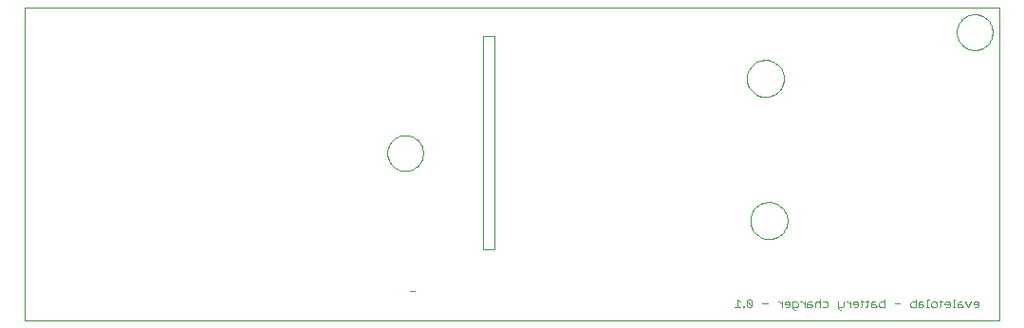
<source format=gbo>
G75*
G70*
%OFA0B0*%
%FSLAX24Y24*%
%IPPOS*%
%LPD*%
%AMOC8*
5,1,8,0,0,1.08239X$1,22.5*
%
%ADD10C,0.0000*%
%ADD11C,0.0020*%
D10*
X000175Y005250D02*
X000175Y016246D01*
X034420Y016246D01*
X034420Y005250D01*
X000175Y005250D01*
X012920Y011125D02*
X012922Y011175D01*
X012928Y011225D01*
X012938Y011274D01*
X012952Y011322D01*
X012969Y011369D01*
X012990Y011414D01*
X013015Y011458D01*
X013043Y011499D01*
X013075Y011538D01*
X013109Y011575D01*
X013146Y011609D01*
X013186Y011639D01*
X013228Y011666D01*
X013272Y011690D01*
X013318Y011711D01*
X013365Y011727D01*
X013413Y011740D01*
X013463Y011749D01*
X013512Y011754D01*
X013563Y011755D01*
X013613Y011752D01*
X013662Y011745D01*
X013711Y011734D01*
X013759Y011719D01*
X013805Y011701D01*
X013850Y011679D01*
X013893Y011653D01*
X013934Y011624D01*
X013973Y011592D01*
X014009Y011557D01*
X014041Y011519D01*
X014071Y011479D01*
X014098Y011436D01*
X014121Y011392D01*
X014140Y011346D01*
X014156Y011298D01*
X014168Y011249D01*
X014176Y011200D01*
X014180Y011150D01*
X014180Y011100D01*
X014176Y011050D01*
X014168Y011001D01*
X014156Y010952D01*
X014140Y010904D01*
X014121Y010858D01*
X014098Y010814D01*
X014071Y010771D01*
X014041Y010731D01*
X014009Y010693D01*
X013973Y010658D01*
X013934Y010626D01*
X013893Y010597D01*
X013850Y010571D01*
X013805Y010549D01*
X013759Y010531D01*
X013711Y010516D01*
X013662Y010505D01*
X013613Y010498D01*
X013563Y010495D01*
X013512Y010496D01*
X013463Y010501D01*
X013413Y010510D01*
X013365Y010523D01*
X013318Y010539D01*
X013272Y010560D01*
X013228Y010584D01*
X013186Y010611D01*
X013146Y010641D01*
X013109Y010675D01*
X013075Y010712D01*
X013043Y010751D01*
X013015Y010792D01*
X012990Y010836D01*
X012969Y010881D01*
X012952Y010928D01*
X012938Y010976D01*
X012928Y011025D01*
X012922Y011075D01*
X012920Y011125D01*
X016300Y007750D02*
X016675Y007750D01*
X016675Y015250D01*
X016300Y015250D01*
X016300Y007750D01*
X025675Y008750D02*
X025677Y008800D01*
X025683Y008850D01*
X025693Y008900D01*
X025706Y008948D01*
X025723Y008996D01*
X025744Y009042D01*
X025768Y009086D01*
X025796Y009128D01*
X025827Y009168D01*
X025861Y009205D01*
X025898Y009240D01*
X025937Y009271D01*
X025978Y009300D01*
X026022Y009325D01*
X026068Y009347D01*
X026115Y009365D01*
X026163Y009379D01*
X026212Y009390D01*
X026262Y009397D01*
X026312Y009400D01*
X026363Y009399D01*
X026413Y009394D01*
X026463Y009385D01*
X026511Y009373D01*
X026559Y009356D01*
X026605Y009336D01*
X026650Y009313D01*
X026693Y009286D01*
X026733Y009256D01*
X026771Y009223D01*
X026806Y009187D01*
X026839Y009148D01*
X026868Y009107D01*
X026894Y009064D01*
X026917Y009019D01*
X026936Y008972D01*
X026951Y008924D01*
X026963Y008875D01*
X026971Y008825D01*
X026975Y008775D01*
X026975Y008725D01*
X026971Y008675D01*
X026963Y008625D01*
X026951Y008576D01*
X026936Y008528D01*
X026917Y008481D01*
X026894Y008436D01*
X026868Y008393D01*
X026839Y008352D01*
X026806Y008313D01*
X026771Y008277D01*
X026733Y008244D01*
X026693Y008214D01*
X026650Y008187D01*
X026605Y008164D01*
X026559Y008144D01*
X026511Y008127D01*
X026463Y008115D01*
X026413Y008106D01*
X026363Y008101D01*
X026312Y008100D01*
X026262Y008103D01*
X026212Y008110D01*
X026163Y008121D01*
X026115Y008135D01*
X026068Y008153D01*
X026022Y008175D01*
X025978Y008200D01*
X025937Y008229D01*
X025898Y008260D01*
X025861Y008295D01*
X025827Y008332D01*
X025796Y008372D01*
X025768Y008414D01*
X025744Y008458D01*
X025723Y008504D01*
X025706Y008552D01*
X025693Y008600D01*
X025683Y008650D01*
X025677Y008700D01*
X025675Y008750D01*
X025550Y013750D02*
X025552Y013800D01*
X025558Y013850D01*
X025568Y013900D01*
X025581Y013948D01*
X025598Y013996D01*
X025619Y014042D01*
X025643Y014086D01*
X025671Y014128D01*
X025702Y014168D01*
X025736Y014205D01*
X025773Y014240D01*
X025812Y014271D01*
X025853Y014300D01*
X025897Y014325D01*
X025943Y014347D01*
X025990Y014365D01*
X026038Y014379D01*
X026087Y014390D01*
X026137Y014397D01*
X026187Y014400D01*
X026238Y014399D01*
X026288Y014394D01*
X026338Y014385D01*
X026386Y014373D01*
X026434Y014356D01*
X026480Y014336D01*
X026525Y014313D01*
X026568Y014286D01*
X026608Y014256D01*
X026646Y014223D01*
X026681Y014187D01*
X026714Y014148D01*
X026743Y014107D01*
X026769Y014064D01*
X026792Y014019D01*
X026811Y013972D01*
X026826Y013924D01*
X026838Y013875D01*
X026846Y013825D01*
X026850Y013775D01*
X026850Y013725D01*
X026846Y013675D01*
X026838Y013625D01*
X026826Y013576D01*
X026811Y013528D01*
X026792Y013481D01*
X026769Y013436D01*
X026743Y013393D01*
X026714Y013352D01*
X026681Y013313D01*
X026646Y013277D01*
X026608Y013244D01*
X026568Y013214D01*
X026525Y013187D01*
X026480Y013164D01*
X026434Y013144D01*
X026386Y013127D01*
X026338Y013115D01*
X026288Y013106D01*
X026238Y013101D01*
X026187Y013100D01*
X026137Y013103D01*
X026087Y013110D01*
X026038Y013121D01*
X025990Y013135D01*
X025943Y013153D01*
X025897Y013175D01*
X025853Y013200D01*
X025812Y013229D01*
X025773Y013260D01*
X025736Y013295D01*
X025702Y013332D01*
X025671Y013372D01*
X025643Y013414D01*
X025619Y013458D01*
X025598Y013504D01*
X025581Y013552D01*
X025568Y013600D01*
X025558Y013650D01*
X025552Y013700D01*
X025550Y013750D01*
X032920Y015375D02*
X032922Y015425D01*
X032928Y015475D01*
X032938Y015524D01*
X032952Y015572D01*
X032969Y015619D01*
X032990Y015664D01*
X033015Y015708D01*
X033043Y015749D01*
X033075Y015788D01*
X033109Y015825D01*
X033146Y015859D01*
X033186Y015889D01*
X033228Y015916D01*
X033272Y015940D01*
X033318Y015961D01*
X033365Y015977D01*
X033413Y015990D01*
X033463Y015999D01*
X033512Y016004D01*
X033563Y016005D01*
X033613Y016002D01*
X033662Y015995D01*
X033711Y015984D01*
X033759Y015969D01*
X033805Y015951D01*
X033850Y015929D01*
X033893Y015903D01*
X033934Y015874D01*
X033973Y015842D01*
X034009Y015807D01*
X034041Y015769D01*
X034071Y015729D01*
X034098Y015686D01*
X034121Y015642D01*
X034140Y015596D01*
X034156Y015548D01*
X034168Y015499D01*
X034176Y015450D01*
X034180Y015400D01*
X034180Y015350D01*
X034176Y015300D01*
X034168Y015251D01*
X034156Y015202D01*
X034140Y015154D01*
X034121Y015108D01*
X034098Y015064D01*
X034071Y015021D01*
X034041Y014981D01*
X034009Y014943D01*
X033973Y014908D01*
X033934Y014876D01*
X033893Y014847D01*
X033850Y014821D01*
X033805Y014799D01*
X033759Y014781D01*
X033711Y014766D01*
X033662Y014755D01*
X033613Y014748D01*
X033563Y014745D01*
X033512Y014746D01*
X033463Y014751D01*
X033413Y014760D01*
X033365Y014773D01*
X033318Y014789D01*
X033272Y014810D01*
X033228Y014834D01*
X033186Y014861D01*
X033146Y014891D01*
X033109Y014925D01*
X033075Y014962D01*
X033043Y015001D01*
X033015Y015042D01*
X032990Y015086D01*
X032969Y015131D01*
X032952Y015178D01*
X032938Y015226D01*
X032928Y015275D01*
X032922Y015325D01*
X032920Y015375D01*
D11*
X032867Y005990D02*
X032820Y005990D01*
X032820Y005710D01*
X032867Y005710D02*
X032773Y005710D01*
X032683Y005757D02*
X032683Y005850D01*
X032636Y005897D01*
X032542Y005897D01*
X032496Y005850D01*
X032496Y005803D01*
X032683Y005803D01*
X032683Y005757D02*
X032636Y005710D01*
X032542Y005710D01*
X032360Y005757D02*
X032360Y005944D01*
X032406Y005897D02*
X032313Y005897D01*
X032222Y005850D02*
X032222Y005757D01*
X032175Y005710D01*
X032082Y005710D01*
X032035Y005757D01*
X032035Y005850D01*
X032082Y005897D01*
X032175Y005897D01*
X032222Y005850D01*
X032360Y005757D02*
X032313Y005710D01*
X031946Y005710D02*
X031852Y005710D01*
X031899Y005710D02*
X031899Y005990D01*
X031946Y005990D01*
X031715Y005897D02*
X031622Y005897D01*
X031575Y005850D01*
X031575Y005710D01*
X031715Y005710D01*
X031762Y005757D01*
X031715Y005803D01*
X031575Y005803D01*
X031486Y005710D02*
X031345Y005710D01*
X031299Y005757D01*
X031299Y005850D01*
X031345Y005897D01*
X031486Y005897D01*
X031486Y005990D02*
X031486Y005710D01*
X030933Y005850D02*
X030746Y005850D01*
X030381Y005897D02*
X030240Y005897D01*
X030194Y005850D01*
X030194Y005757D01*
X030240Y005710D01*
X030381Y005710D01*
X030381Y005990D01*
X030058Y005897D02*
X029964Y005897D01*
X029918Y005850D01*
X029918Y005710D01*
X030058Y005710D01*
X030104Y005757D01*
X030058Y005803D01*
X029918Y005803D01*
X029828Y005897D02*
X029735Y005897D01*
X029781Y005944D02*
X029781Y005757D01*
X029735Y005710D01*
X029597Y005757D02*
X029551Y005710D01*
X029597Y005757D02*
X029597Y005944D01*
X029551Y005897D02*
X029644Y005897D01*
X029460Y005850D02*
X029460Y005757D01*
X029413Y005710D01*
X029320Y005710D01*
X029273Y005803D02*
X029460Y005803D01*
X029460Y005850D02*
X029413Y005897D01*
X029320Y005897D01*
X029273Y005850D01*
X029273Y005803D01*
X029184Y005803D02*
X029090Y005897D01*
X029043Y005897D01*
X028953Y005897D02*
X028953Y005757D01*
X028907Y005710D01*
X028767Y005710D01*
X028767Y005663D02*
X028813Y005617D01*
X028860Y005617D01*
X028767Y005663D02*
X028767Y005897D01*
X028401Y005850D02*
X028401Y005757D01*
X028354Y005710D01*
X028214Y005710D01*
X028125Y005710D02*
X028125Y005990D01*
X028078Y005897D02*
X027985Y005897D01*
X027938Y005850D01*
X027938Y005710D01*
X027848Y005757D02*
X027802Y005803D01*
X027662Y005803D01*
X027662Y005850D02*
X027662Y005710D01*
X027802Y005710D01*
X027848Y005757D01*
X027802Y005897D02*
X027708Y005897D01*
X027662Y005850D01*
X027572Y005803D02*
X027479Y005897D01*
X027432Y005897D01*
X027342Y005850D02*
X027342Y005757D01*
X027295Y005710D01*
X027155Y005710D01*
X027155Y005663D02*
X027155Y005897D01*
X027295Y005897D01*
X027342Y005850D01*
X027572Y005897D02*
X027572Y005710D01*
X027249Y005617D02*
X027202Y005617D01*
X027155Y005663D01*
X027066Y005757D02*
X027066Y005850D01*
X027019Y005897D01*
X026926Y005897D01*
X026879Y005850D01*
X026879Y005803D01*
X027066Y005803D01*
X027066Y005757D02*
X027019Y005710D01*
X026926Y005710D01*
X026790Y005710D02*
X026790Y005897D01*
X026790Y005803D02*
X026696Y005897D01*
X026649Y005897D01*
X026283Y005850D02*
X026096Y005850D01*
X025731Y005757D02*
X025544Y005944D01*
X025544Y005757D01*
X025590Y005710D01*
X025684Y005710D01*
X025731Y005757D01*
X025731Y005944D01*
X025684Y005990D01*
X025590Y005990D01*
X025544Y005944D01*
X025454Y005757D02*
X025408Y005757D01*
X025408Y005710D01*
X025454Y005710D01*
X025454Y005757D01*
X025316Y005710D02*
X025129Y005710D01*
X025223Y005710D02*
X025223Y005990D01*
X025316Y005897D01*
X028078Y005897D02*
X028125Y005850D01*
X028214Y005897D02*
X028354Y005897D01*
X028401Y005850D01*
X029184Y005897D02*
X029184Y005710D01*
X032956Y005710D02*
X033096Y005710D01*
X033143Y005757D01*
X033096Y005803D01*
X032956Y005803D01*
X032956Y005850D02*
X032956Y005710D01*
X032956Y005850D02*
X033003Y005897D01*
X033096Y005897D01*
X033232Y005897D02*
X033326Y005710D01*
X033419Y005897D01*
X033509Y005850D02*
X033509Y005803D01*
X033695Y005803D01*
X033695Y005757D02*
X033695Y005850D01*
X033649Y005897D01*
X033555Y005897D01*
X033509Y005850D01*
X033555Y005710D02*
X033649Y005710D01*
X033695Y005757D01*
X013889Y006275D02*
X013702Y006275D01*
M02*

</source>
